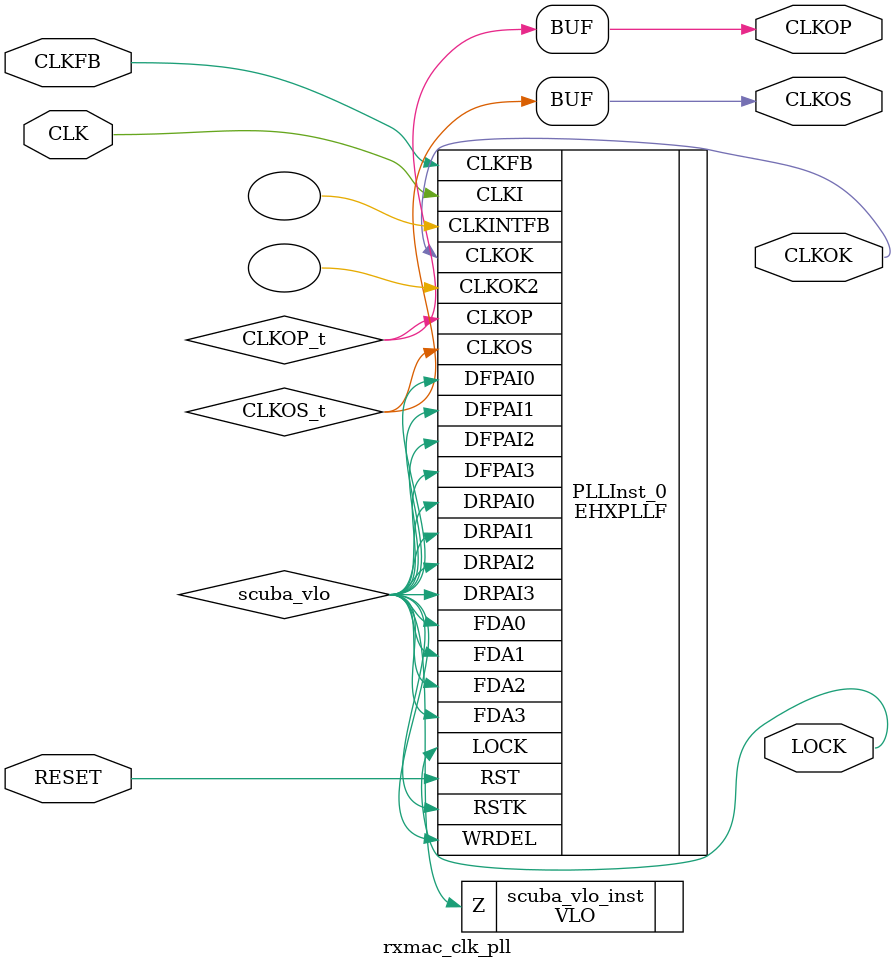
<source format=v>
`timescale 1 ns / 1 ps
module rxmac_clk_pll (CLK, RESET, CLKFB, CLKOP, CLKOS, CLKOK, LOCK);
    input wire CLK;
    input wire RESET;
    input wire CLKFB;
    output wire CLKOP;
    output wire CLKOS;
    output wire CLKOK;
    output wire LOCK;

    wire CLKOS_t;
    wire CLKOP_t;
    wire scuba_vlo;

    VLO scuba_vlo_inst (.Z(scuba_vlo));

    defparam PLLInst_0.FEEDBK_PATH = "USERCLOCK" ;
    defparam PLLInst_0.CLKOK_BYPASS = "DISABLED" ;
    defparam PLLInst_0.CLKOS_BYPASS = "DISABLED" ;
    defparam PLLInst_0.CLKOP_BYPASS = "DISABLED" ;
    defparam PLLInst_0.CLKOK_INPUT = "CLKOP" ;
    defparam PLLInst_0.DELAY_PWD = "DISABLED" ;
    defparam PLLInst_0.DELAY_VAL = 0 ;
    defparam PLLInst_0.CLKOS_TRIM_DELAY = 0 ;
    defparam PLLInst_0.CLKOS_TRIM_POL = "RISING" ;
    defparam PLLInst_0.CLKOP_TRIM_DELAY = 0 ;
    defparam PLLInst_0.CLKOP_TRIM_POL = "RISING" ;
    defparam PLLInst_0.PHASE_DELAY_CNTL = "STATIC" ;
    defparam PLLInst_0.DUTY = 8 ;
    defparam PLLInst_0.PHASEADJ = "0.0" ;
    defparam PLLInst_0.CLKOK_DIV = 2 ;
    defparam PLLInst_0.CLKOP_DIV = 8 ;
    defparam PLLInst_0.CLKFB_DIV = 1 ;
    defparam PLLInst_0.CLKI_DIV = 1 ;
    defparam PLLInst_0.FIN = "125.000000" ;
    EHXPLLF PLLInst_0 (.CLKI(CLK), .CLKFB(CLKFB), .RST(RESET), .RSTK(scuba_vlo), 
        .WRDEL(scuba_vlo), .DRPAI3(scuba_vlo), .DRPAI2(scuba_vlo), .DRPAI1(scuba_vlo), 
        .DRPAI0(scuba_vlo), .DFPAI3(scuba_vlo), .DFPAI2(scuba_vlo), .DFPAI1(scuba_vlo), 
        .DFPAI0(scuba_vlo), .FDA3(scuba_vlo), .FDA2(scuba_vlo), .FDA1(scuba_vlo), 
        .FDA0(scuba_vlo), .CLKOP(CLKOP_t), .CLKOS(CLKOS_t), .CLKOK(CLKOK), 
        .CLKOK2(), .LOCK(LOCK), .CLKINTFB())
             /* synthesis FREQUENCY_PIN_CLKOS="125.000000" */
             /* synthesis FREQUENCY_PIN_CLKOP="125.000000" */
             /* synthesis FREQUENCY_PIN_CLKI="125.000000" */
             /* synthesis FREQUENCY_PIN_CLKOK="62.500000" */;

    assign CLKOS = CLKOS_t;
    assign CLKOP = CLKOP_t;


    // exemplar begin
    // exemplar attribute PLLInst_0 FREQUENCY_PIN_CLKOS 125.000000
    // exemplar attribute PLLInst_0 FREQUENCY_PIN_CLKOP 125.000000
    // exemplar attribute PLLInst_0 FREQUENCY_PIN_CLKI 125.000000
    // exemplar attribute PLLInst_0 FREQUENCY_PIN_CLKOK 62.500000
    // exemplar end

endmodule


</source>
